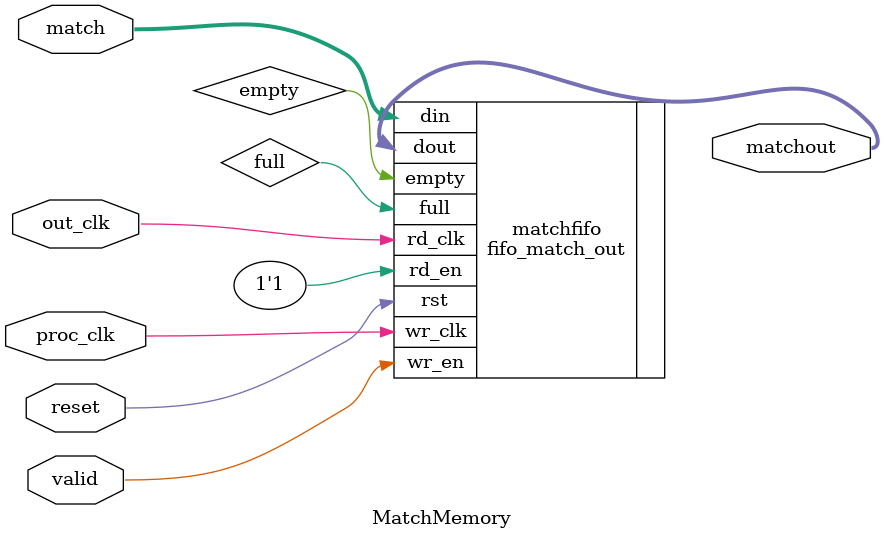
<source format=v>
`timescale 1ns / 1ps


module MatchMemory(
    input wire proc_clk,
    input wire out_clk,
    input reset,
    input [43:0] match,
    input valid,
    output [43:0] matchout
    );
    
    reg [5:0] wr_add;
    reg [8:0] read_add;
    reg [2:0] BX;
    
    reg [43:0] match_dly;
    reg valid_dly;
    
    reg count;
    initial
      read_add = 0;
    
    always @ (posedge proc_clk) begin
        match_dly <= match;
        //if (proj_dly[47:0] != proj[47:0]) begin
            if (match[43:40] == 4'hF) begin
                BX <= match[39:37];
                wr_add <= 6'h00;
            end
            else begin
                valid_dly <= valid;
                if (count) begin
                    wr_add <= wr_add + 1'b1;
                end
            end
        //end
        
    end
    always @ (posedge proc_clk) begin // Use this to write data every 2 clk cycles
        if (BX[2:0]==3'h0) count <= 1'b0;
        else count <= ~count;
    end
    
    always @ (posedge out_clk) begin
           read_add <= read_add + 1'b1;
     end
    
    
    
    fifo_match_out matchfifo (.wr_clk(proc_clk), .rst(reset), .din(match[43:0]), .wr_en(valid), 
                                     .rd_clk(out_clk), .rd_en(1'b1), .dout(matchout),
                                     .empty(empty), .full(full));
    
    /*
     Memory #(
        .RAM_WIDTH(48),                       // Specify RAM data width
        .RAM_DEPTH(512),                     // Specify RAM depth (number of entries)
        .RAM_PERFORMANCE("HIGH_PERFORMANCE"), // Select "HIGH_PERFORMANCE" or "LOW_LATENCY" 
        .INIT_FILE("")                        // Specify name/location of RAM initialization file if using one (leave blank if not)
      ) ProjToPlus (
        .addra({BX,wr_add}),    // Write address bus, width determined from RAM_DEPTH
        .addrb(read_add),    // Read address bus, width determined from RAM_DEPTH
        .dina(proj[47:0]),      // RAM input data, width determined from RAM_WIDTH
        .clka(proc_clk),         // Write clock
        .clkb(out_clk),      // Read clock
        .wea(valid),        // Write enable
        .enb(1'b1),        // Read Enable, for additional power savings, disable when not in use
        .rstb(1'b0),      // Output reset (does not affect memory contents)
        .regceb(1'b1),      // Output register enable
        .doutb(projout)     // RAM output data, width determined from RAM_WIDTH
        );
    
    */
    
    
 endmodule
</source>
